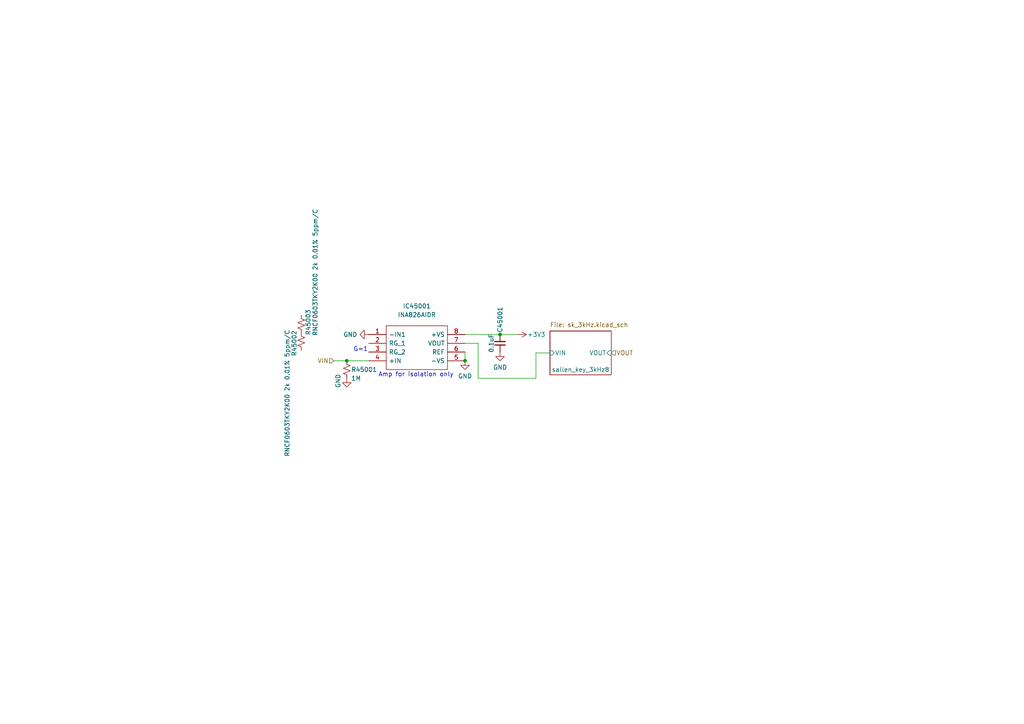
<source format=kicad_sch>
(kicad_sch (version 20231120) (generator "eeschema") (generator_version "8.0")
  (paper "A4")
  (lib_symbols
    (symbol "Device:C_Small" (pin_numbers hide) (pin_names (offset 0.254) hide)
      (property "Reference" "C" (at 0.254 1.778 0))
      (property "Value" "C_Small" (at 0.254 -2.032 0))
      (symbol "C_Small_0_1"
        (polyline (pts (xy -1.524 -0.508) (xy 1.524 -0.508)) (stroke (width 0.3302)))
        (polyline (pts (xy -1.524 0.508) (xy 1.524 0.508)) (stroke (width 0.3048)))
      )
      (symbol "C_Small_1_1"
        (pin passive line (at 0 2.54 270) (length 2.032) (name "~") (number "1"))
        (pin passive line (at 0 -2.54 90) (length 2.032) (name "~") (number "2"))
      )
    )
    (symbol "Device:R_Small_US" (pin_numbers hide) (pin_names (offset 0.254) hide)
      (property "Reference" "R" (at 0.762 0.508 0))
      (property "Value" "R_Small_US" (at 0.762 -1.016 0))
      (symbol "R_Small_US_1_1"
        (polyline (pts (xy 0 0) (xy 1.016 -0.381) (xy 0 -0.762) (xy -1.016 -1.143) (xy 0 -1.524)))
        (polyline (pts (xy 0 1.524) (xy 1.016 1.143) (xy 0 0.762) (xy -1.016 0.381) (xy 0 0)))
        (pin passive line (at 0 2.54 270) (length 1.016) (name "~") (number "1"))
        (pin passive line (at 0 -2.54 90) (length 1.016) (name "~") (number "2"))
      )
    )
    (symbol "aaa:INA826AIDR" (pin_names (offset 0.762))
      (property "Reference" "IC" (at 24.13 7.62 0))
      (property "Value" "INA826AIDR" (at 24.13 5.08 0))
      (symbol "INA826AIDR_0_0"
        (pin passive line (at 0 0 0) (length 5.08) (name "-IN1") (number "1"))
        (pin passive line (at 0 -2.54 0) (length 5.08) (name "RG_1") (number "2"))
        (pin passive line (at 0 -5.08 0) (length 5.08) (name "RG_2") (number "3"))
        (pin passive line (at 0 -7.62 0) (length 5.08) (name "+IN") (number "4"))
        (pin passive line (at 27.94 -7.62 180) (length 5.08) (name "-VS") (number "5"))
        (pin passive line (at 27.94 -5.08 180) (length 5.08) (name "REF") (number "6"))
        (pin passive line (at 27.94 -2.54 180) (length 5.08) (name "VOUT") (number "7"))
        (pin passive line (at 27.94 0 180) (length 5.08) (name "+VS") (number "8"))
      )
      (symbol "INA826AIDR_0_1"
        (polyline (pts (xy 5.08 2.54) (xy 22.86 2.54) (xy 22.86 -10.16) (xy 5.08 -10.16) (xy 5.08 2.54)) (stroke (width 0.1524)))
      )
    )
    (symbol "power:+3V3" (power) (pin_numbers hide) (pin_names (offset 0) hide)
      (property "Value" "+3V3" (at 0 3.556 0))
      (symbol "+3V3_0_1"
        (polyline (pts (xy -0.762 1.27) (xy 0 2.54)))
        (polyline (pts (xy 0 0) (xy 0 2.54)))
        (polyline (pts (xy 0 2.54) (xy 0.762 1.27)))
      )
      (symbol "+3V3_1_1"
        (pin power_in line (at 0 0 90) (length 0) (name "~") (number "1"))
      )
    )
    (symbol "power:GND" (power) (pin_names (offset 0))
      (property "Value" "GND" (at 0 -3.81 0))
      (symbol "GND_0_1"
        (polyline (pts (xy 0 0) (xy 0 -1.27) (xy 1.27 -1.27) (xy 0 -2.54) (xy -1.27 -1.27) (xy 0 -1.27)))
      )
      (symbol "GND_1_1"
        (pin power_in line (at 0 0 270) (length 0) hide (name "GND") (number "1"))
      )
    )
  )
  (junction (at 134.874 104.648))
  (junction (at 100.584 104.648))
  (junction (at 145.034 97.028))
  (wire (pts (xy 106.934 104.648) (xy 100.584 104.648)))
  (wire (pts (xy 138.684 109.728) (xy 138.684 99.568)))
  (wire (pts (xy 145.034 97.028) (xy 150.114 97.028)))
  (wire (pts (xy 155.448 102.362) (xy 155.448 109.728)))
  (wire (pts (xy 134.874 102.108) (xy 134.874 104.648)))
  (wire (pts (xy 100.584 104.648) (xy 96.774 104.648)))
  (wire (pts (xy 134.874 97.028) (xy 145.034 97.028)))
  (wire (pts (xy 138.684 99.568) (xy 134.874 99.568)))
  (wire (pts (xy 155.448 109.728) (xy 138.684 109.728)))
  (wire (pts (xy 159.512 102.362) (xy 155.448 102.362)))
  (text "G=1" (at 102.489 102.108 0) (effects (font (size 1.27 1.27)) (justify left bottom)))
  (text "Amp for isolation only" (at 109.728 109.474 0) (effects (font (size 1.27 1.27)) (justify left bottom)))
  (hierarchical_label "VOUT" (shape input) (at 177.292 102.362 0))
  (hierarchical_label "VIN" (shape input) (at 96.774 104.648 180))
  (symbol (lib_id "aaa:INA826AIDR") (at 106.934 97.028 0) (unit 1)
    (property "Reference" "IC45001" (at 120.904 88.773 0))
    (property "Value" "INA826AIDR" (at 120.904 91.313 0))
    (property "Footprint" "aaa:SOIC127P600X175-8N" (effects (hide yes)))
    (property "Datasheet" "http://www.ti.com/lit/gpn/ina826" (effects (hide yes)))
    (property "Description" "Precision, 200-uA Supply Current, 36-V Supply Instrumentation Amplifier" (effects (hide yes)))
    (property "Height" "1.75" (effects (hide yes)))
    (property "Manufacturer_Name" "Texas Instruments" (effects (hide yes)))
    (property "Manufacturer_Part_Number" "INA826AIDR" (effects (hide yes)))
    (property "Mouser Part Number" "595-INA826AIDR" (effects (hide yes)))
    (property "Mouser Price/Stock" "https://www.mouser.co.uk/ProductDetail/Texas-Instruments/INA826AIDR?qs=RqytGdBYyUFuQNJtlkA6aQ%3D%3D" (effects (hide yes)))
    (property "Arrow Part Number" "INA826AIDR" (effects (hide yes)))
    (property "Arrow Price/Stock" "https://www.arrow.com/en/products/ina826aidr/texas-instruments?region=nac" (effects (hide yes)))
    (property "LCSC" "C38433" (effects (hide yes)))
  )
  (symbol (lib_id "Device:R_Small_US") (at 87.376 93.98 180) (unit 1)
    (property "Reference" "R45003" (at 89.408 93.472 90))
    (property "Value" "RNCF0603TKY2K00 2k 0.01% 5ppm/C" (at 91.44 78.994 90))
    (property "Footprint" "Resistor_SMD:R_0603_1608Metric" (effects (hide yes)))
    (property "LCSC" "C346578" (effects (hide yes)))
  )
  (symbol (lib_id "power:+3V3") (at 150.114 97.028 270) (unit 1)
    (property "Reference" "#PWR45008" (effects (hide yes)))
    (property "Value" "+3V3" (at 152.908 97.028 90) (effects (justify left)))
    (property "Description" "Power symbol creates a global label with name \"+3V3\"" (effects (hide yes)))
  )
  (symbol (lib_id "power:GND") (at 106.934 97.028 270) (unit 1)
    (property "Reference" "#PWR45005" (effects (hide yes)))
    (property "Value" "GND" (at 103.632 97.0279 90) (effects (justify right)))
  )
  (symbol (lib_id "power:GND") (at 134.874 104.648 0) (unit 1)
    (property "Reference" "#PWR45006" (effects (hide yes)))
    (property "Value" "GND" (at 134.874 109.093 0))
  )
  (symbol (lib_id "power:GND") (at 100.584 109.728 0) (unit 1)
    (property "Reference" "#PWR45004" (effects (hide yes)))
    (property "Value" "GND" (at 98.044 108.458 90) (effects (justify right)))
  )
  (symbol (lib_id "Device:R_Small_US") (at 100.584 107.188 0) (unit 1)
    (property "Reference" "R45001" (at 101.854 107.188 0) (effects (justify left)))
    (property "Value" "1M" (at 101.854 109.728 0) (effects (justify left)))
    (property "Footprint" "Resistor_SMD:R_0402_1005Metric" (effects (hide yes)))
  )
  (symbol (lib_id "Device:C_Small") (at 145.034 99.568 180) (unit 1)
    (property "Reference" "C45001" (at 145.034 92.71 90))
    (property "Value" "0.1uF" (at 142.494 99.568 90))
    (property "Footprint" "Capacitor_SMD:C_0402_1005Metric" (effects (hide yes)))
  )
  (symbol (lib_id "power:GND") (at 145.034 102.108 0) (unit 1)
    (property "Reference" "#PWR45007" (effects (hide yes)))
    (property "Value" "GND" (at 145.034 106.553 0))
  )
  (symbol (lib_id "Device:R_Small_US") (at 87.376 99.06 0) (unit 1)
    (property "Reference" "R45002" (at 85.344 99.568 90))
    (property "Value" "RNCF0603TKY2K00 2k 0.01% 5ppm/C" (at 83.312 114.046 90))
    (property "Footprint" "Resistor_SMD:R_0603_1608Metric" (effects (hide yes)))
    (property "LCSC" "C346578" (effects (hide yes)))
  )
  (sheet (at 159.512 96.012) (size 17.78 12.7) (stroke (width 0.1524))
    (property "Sheetname" "sallen_key_3kHz8" (at 160.02 107.95 0) (effects (justify left bottom)))
    (property "Sheetfile" "sk_3kHz.kicad_sch" (at 159.512 93.472 0) (effects (justify left top)))
    (pin "VIN" input (at 159.512 102.362 180))
    (pin "VOUT" input (at 177.292 102.362 0))
  )
)
</source>
